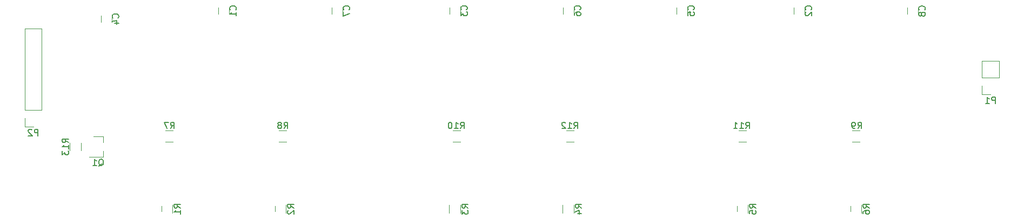
<source format=gbo>
G04 #@! TF.FileFunction,Legend,Bot*
%FSLAX46Y46*%
G04 Gerber Fmt 4.6, Leading zero omitted, Abs format (unit mm)*
G04 Created by KiCad (PCBNEW 4.0.7) date 02/26/18 21:23:00*
%MOMM*%
%LPD*%
G01*
G04 APERTURE LIST*
%ADD10C,0.100000*%
%ADD11C,0.120000*%
%ADD12C,0.150000*%
%ADD13R,1.700000X1.100000*%
%ADD14R,1.100000X1.700000*%
%ADD15C,3.900120*%
%ADD16R,2.100000X2.100000*%
%ADD17O,2.100000X2.100000*%
%ADD18R,1.650000X1.400000*%
%ADD19R,1.300000X1.200000*%
G04 APERTURE END LIST*
D10*
D11*
X88655000Y-116875000D02*
X88655000Y-118075000D01*
X90415000Y-118075000D02*
X90415000Y-116875000D01*
X106435000Y-116875000D02*
X106435000Y-118075000D01*
X108195000Y-118075000D02*
X108195000Y-116875000D01*
X133740000Y-116875000D02*
X133740000Y-118075000D01*
X135500000Y-118075000D02*
X135500000Y-116875000D01*
X151520000Y-116875000D02*
X151520000Y-118075000D01*
X153280000Y-118075000D02*
X153280000Y-116875000D01*
X178825000Y-116875000D02*
X178825000Y-118075000D01*
X180585000Y-118075000D02*
X180585000Y-116875000D01*
X196605000Y-116875000D02*
X196605000Y-118075000D01*
X198365000Y-118075000D02*
X198365000Y-116875000D01*
X90455000Y-105165000D02*
X89255000Y-105165000D01*
X89255000Y-106925000D02*
X90455000Y-106925000D01*
X108235000Y-105165000D02*
X107035000Y-105165000D01*
X107035000Y-106925000D02*
X108235000Y-106925000D01*
X198085000Y-105165000D02*
X196885000Y-105165000D01*
X196885000Y-106925000D02*
X198085000Y-106925000D01*
X135535000Y-105165000D02*
X134335000Y-105165000D01*
X134335000Y-106925000D02*
X135535000Y-106925000D01*
X180305000Y-105165000D02*
X179105000Y-105165000D01*
X179105000Y-106925000D02*
X180305000Y-106925000D01*
X153320000Y-105165000D02*
X152120000Y-105165000D01*
X152120000Y-106925000D02*
X153320000Y-106925000D01*
X74304000Y-107096000D02*
X74304000Y-108296000D01*
X76064000Y-108296000D02*
X76064000Y-107096000D01*
X217248740Y-94241260D02*
X219908740Y-94241260D01*
X217248740Y-96841260D02*
X217248740Y-94241260D01*
X219908740Y-96841260D02*
X219908740Y-94241260D01*
X217248740Y-96841260D02*
X219908740Y-96841260D01*
X217248740Y-98111260D02*
X217248740Y-99441260D01*
X217248740Y-99441260D02*
X218578740Y-99441260D01*
X67248740Y-89161260D02*
X69908740Y-89161260D01*
X67248740Y-101921260D02*
X67248740Y-89161260D01*
X69908740Y-101921260D02*
X69908740Y-89161260D01*
X67248740Y-101921260D02*
X69908740Y-101921260D01*
X67248740Y-103191260D02*
X67248740Y-104521260D01*
X67248740Y-104521260D02*
X68578740Y-104521260D01*
X99275000Y-85860000D02*
X99275000Y-86860000D01*
X97575000Y-86860000D02*
X97575000Y-85860000D01*
X189445000Y-85840000D02*
X189445000Y-86840000D01*
X187745000Y-86840000D02*
X187745000Y-85840000D01*
X135470000Y-85840000D02*
X135470000Y-86840000D01*
X133770000Y-86840000D02*
X133770000Y-85840000D01*
X80860000Y-87130000D02*
X80860000Y-88130000D01*
X79160000Y-88130000D02*
X79160000Y-87130000D01*
X171030000Y-85840000D02*
X171030000Y-86840000D01*
X169330000Y-86840000D02*
X169330000Y-85840000D01*
X153250000Y-85840000D02*
X153250000Y-86840000D01*
X151550000Y-86840000D02*
X151550000Y-85840000D01*
X117055000Y-85840000D02*
X117055000Y-86840000D01*
X115355000Y-86840000D02*
X115355000Y-85840000D01*
X207225000Y-85880000D02*
X207225000Y-86880000D01*
X205525000Y-86880000D02*
X205525000Y-85880000D01*
X79500000Y-106116000D02*
X79500000Y-107046000D01*
X79500000Y-109276000D02*
X79500000Y-108346000D01*
X79500000Y-109276000D02*
X77340000Y-109276000D01*
X79500000Y-106116000D02*
X78040000Y-106116000D01*
D12*
X91637381Y-117308334D02*
X91161190Y-116975000D01*
X91637381Y-116736905D02*
X90637381Y-116736905D01*
X90637381Y-117117858D01*
X90685000Y-117213096D01*
X90732619Y-117260715D01*
X90827857Y-117308334D01*
X90970714Y-117308334D01*
X91065952Y-117260715D01*
X91113571Y-117213096D01*
X91161190Y-117117858D01*
X91161190Y-116736905D01*
X91637381Y-118260715D02*
X91637381Y-117689286D01*
X91637381Y-117975000D02*
X90637381Y-117975000D01*
X90780238Y-117879762D01*
X90875476Y-117784524D01*
X90923095Y-117689286D01*
X109417381Y-117308334D02*
X108941190Y-116975000D01*
X109417381Y-116736905D02*
X108417381Y-116736905D01*
X108417381Y-117117858D01*
X108465000Y-117213096D01*
X108512619Y-117260715D01*
X108607857Y-117308334D01*
X108750714Y-117308334D01*
X108845952Y-117260715D01*
X108893571Y-117213096D01*
X108941190Y-117117858D01*
X108941190Y-116736905D01*
X108512619Y-117689286D02*
X108465000Y-117736905D01*
X108417381Y-117832143D01*
X108417381Y-118070239D01*
X108465000Y-118165477D01*
X108512619Y-118213096D01*
X108607857Y-118260715D01*
X108703095Y-118260715D01*
X108845952Y-118213096D01*
X109417381Y-117641667D01*
X109417381Y-118260715D01*
X136722381Y-117308334D02*
X136246190Y-116975000D01*
X136722381Y-116736905D02*
X135722381Y-116736905D01*
X135722381Y-117117858D01*
X135770000Y-117213096D01*
X135817619Y-117260715D01*
X135912857Y-117308334D01*
X136055714Y-117308334D01*
X136150952Y-117260715D01*
X136198571Y-117213096D01*
X136246190Y-117117858D01*
X136246190Y-116736905D01*
X135722381Y-117641667D02*
X135722381Y-118260715D01*
X136103333Y-117927381D01*
X136103333Y-118070239D01*
X136150952Y-118165477D01*
X136198571Y-118213096D01*
X136293810Y-118260715D01*
X136531905Y-118260715D01*
X136627143Y-118213096D01*
X136674762Y-118165477D01*
X136722381Y-118070239D01*
X136722381Y-117784524D01*
X136674762Y-117689286D01*
X136627143Y-117641667D01*
X154502381Y-117308334D02*
X154026190Y-116975000D01*
X154502381Y-116736905D02*
X153502381Y-116736905D01*
X153502381Y-117117858D01*
X153550000Y-117213096D01*
X153597619Y-117260715D01*
X153692857Y-117308334D01*
X153835714Y-117308334D01*
X153930952Y-117260715D01*
X153978571Y-117213096D01*
X154026190Y-117117858D01*
X154026190Y-116736905D01*
X153835714Y-118165477D02*
X154502381Y-118165477D01*
X153454762Y-117927381D02*
X154169048Y-117689286D01*
X154169048Y-118308334D01*
X181807381Y-117308334D02*
X181331190Y-116975000D01*
X181807381Y-116736905D02*
X180807381Y-116736905D01*
X180807381Y-117117858D01*
X180855000Y-117213096D01*
X180902619Y-117260715D01*
X180997857Y-117308334D01*
X181140714Y-117308334D01*
X181235952Y-117260715D01*
X181283571Y-117213096D01*
X181331190Y-117117858D01*
X181331190Y-116736905D01*
X180807381Y-118213096D02*
X180807381Y-117736905D01*
X181283571Y-117689286D01*
X181235952Y-117736905D01*
X181188333Y-117832143D01*
X181188333Y-118070239D01*
X181235952Y-118165477D01*
X181283571Y-118213096D01*
X181378810Y-118260715D01*
X181616905Y-118260715D01*
X181712143Y-118213096D01*
X181759762Y-118165477D01*
X181807381Y-118070239D01*
X181807381Y-117832143D01*
X181759762Y-117736905D01*
X181712143Y-117689286D01*
X199587381Y-117308334D02*
X199111190Y-116975000D01*
X199587381Y-116736905D02*
X198587381Y-116736905D01*
X198587381Y-117117858D01*
X198635000Y-117213096D01*
X198682619Y-117260715D01*
X198777857Y-117308334D01*
X198920714Y-117308334D01*
X199015952Y-117260715D01*
X199063571Y-117213096D01*
X199111190Y-117117858D01*
X199111190Y-116736905D01*
X198587381Y-118165477D02*
X198587381Y-117975000D01*
X198635000Y-117879762D01*
X198682619Y-117832143D01*
X198825476Y-117736905D01*
X199015952Y-117689286D01*
X199396905Y-117689286D01*
X199492143Y-117736905D01*
X199539762Y-117784524D01*
X199587381Y-117879762D01*
X199587381Y-118070239D01*
X199539762Y-118165477D01*
X199492143Y-118213096D01*
X199396905Y-118260715D01*
X199158810Y-118260715D01*
X199063571Y-118213096D01*
X199015952Y-118165477D01*
X198968333Y-118070239D01*
X198968333Y-117879762D01*
X199015952Y-117784524D01*
X199063571Y-117736905D01*
X199158810Y-117689286D01*
X90082666Y-104846381D02*
X90416000Y-104370190D01*
X90654095Y-104846381D02*
X90654095Y-103846381D01*
X90273142Y-103846381D01*
X90177904Y-103894000D01*
X90130285Y-103941619D01*
X90082666Y-104036857D01*
X90082666Y-104179714D01*
X90130285Y-104274952D01*
X90177904Y-104322571D01*
X90273142Y-104370190D01*
X90654095Y-104370190D01*
X89749333Y-103846381D02*
X89082666Y-103846381D01*
X89511238Y-104846381D01*
X107862666Y-104846381D02*
X108196000Y-104370190D01*
X108434095Y-104846381D02*
X108434095Y-103846381D01*
X108053142Y-103846381D01*
X107957904Y-103894000D01*
X107910285Y-103941619D01*
X107862666Y-104036857D01*
X107862666Y-104179714D01*
X107910285Y-104274952D01*
X107957904Y-104322571D01*
X108053142Y-104370190D01*
X108434095Y-104370190D01*
X107291238Y-104274952D02*
X107386476Y-104227333D01*
X107434095Y-104179714D01*
X107481714Y-104084476D01*
X107481714Y-104036857D01*
X107434095Y-103941619D01*
X107386476Y-103894000D01*
X107291238Y-103846381D01*
X107100761Y-103846381D01*
X107005523Y-103894000D01*
X106957904Y-103941619D01*
X106910285Y-104036857D01*
X106910285Y-104084476D01*
X106957904Y-104179714D01*
X107005523Y-104227333D01*
X107100761Y-104274952D01*
X107291238Y-104274952D01*
X107386476Y-104322571D01*
X107434095Y-104370190D01*
X107481714Y-104465429D01*
X107481714Y-104655905D01*
X107434095Y-104751143D01*
X107386476Y-104798762D01*
X107291238Y-104846381D01*
X107100761Y-104846381D01*
X107005523Y-104798762D01*
X106957904Y-104751143D01*
X106910285Y-104655905D01*
X106910285Y-104465429D01*
X106957904Y-104370190D01*
X107005523Y-104322571D01*
X107100761Y-104274952D01*
X197778666Y-104846381D02*
X198112000Y-104370190D01*
X198350095Y-104846381D02*
X198350095Y-103846381D01*
X197969142Y-103846381D01*
X197873904Y-103894000D01*
X197826285Y-103941619D01*
X197778666Y-104036857D01*
X197778666Y-104179714D01*
X197826285Y-104274952D01*
X197873904Y-104322571D01*
X197969142Y-104370190D01*
X198350095Y-104370190D01*
X197302476Y-104846381D02*
X197112000Y-104846381D01*
X197016761Y-104798762D01*
X196969142Y-104751143D01*
X196873904Y-104608286D01*
X196826285Y-104417810D01*
X196826285Y-104036857D01*
X196873904Y-103941619D01*
X196921523Y-103894000D01*
X197016761Y-103846381D01*
X197207238Y-103846381D01*
X197302476Y-103894000D01*
X197350095Y-103941619D01*
X197397714Y-104036857D01*
X197397714Y-104274952D01*
X197350095Y-104370190D01*
X197302476Y-104417810D01*
X197207238Y-104465429D01*
X197016761Y-104465429D01*
X196921523Y-104417810D01*
X196873904Y-104370190D01*
X196826285Y-104274952D01*
X135516857Y-104846381D02*
X135850191Y-104370190D01*
X136088286Y-104846381D02*
X136088286Y-103846381D01*
X135707333Y-103846381D01*
X135612095Y-103894000D01*
X135564476Y-103941619D01*
X135516857Y-104036857D01*
X135516857Y-104179714D01*
X135564476Y-104274952D01*
X135612095Y-104322571D01*
X135707333Y-104370190D01*
X136088286Y-104370190D01*
X134564476Y-104846381D02*
X135135905Y-104846381D01*
X134850191Y-104846381D02*
X134850191Y-103846381D01*
X134945429Y-103989238D01*
X135040667Y-104084476D01*
X135135905Y-104132095D01*
X133945429Y-103846381D02*
X133850190Y-103846381D01*
X133754952Y-103894000D01*
X133707333Y-103941619D01*
X133659714Y-104036857D01*
X133612095Y-104227333D01*
X133612095Y-104465429D01*
X133659714Y-104655905D01*
X133707333Y-104751143D01*
X133754952Y-104798762D01*
X133850190Y-104846381D01*
X133945429Y-104846381D01*
X134040667Y-104798762D01*
X134088286Y-104751143D01*
X134135905Y-104655905D01*
X134183524Y-104465429D01*
X134183524Y-104227333D01*
X134135905Y-104036857D01*
X134088286Y-103941619D01*
X134040667Y-103894000D01*
X133945429Y-103846381D01*
X180220857Y-104846381D02*
X180554191Y-104370190D01*
X180792286Y-104846381D02*
X180792286Y-103846381D01*
X180411333Y-103846381D01*
X180316095Y-103894000D01*
X180268476Y-103941619D01*
X180220857Y-104036857D01*
X180220857Y-104179714D01*
X180268476Y-104274952D01*
X180316095Y-104322571D01*
X180411333Y-104370190D01*
X180792286Y-104370190D01*
X179268476Y-104846381D02*
X179839905Y-104846381D01*
X179554191Y-104846381D02*
X179554191Y-103846381D01*
X179649429Y-103989238D01*
X179744667Y-104084476D01*
X179839905Y-104132095D01*
X178316095Y-104846381D02*
X178887524Y-104846381D01*
X178601810Y-104846381D02*
X178601810Y-103846381D01*
X178697048Y-103989238D01*
X178792286Y-104084476D01*
X178887524Y-104132095D01*
X153296857Y-104846381D02*
X153630191Y-104370190D01*
X153868286Y-104846381D02*
X153868286Y-103846381D01*
X153487333Y-103846381D01*
X153392095Y-103894000D01*
X153344476Y-103941619D01*
X153296857Y-104036857D01*
X153296857Y-104179714D01*
X153344476Y-104274952D01*
X153392095Y-104322571D01*
X153487333Y-104370190D01*
X153868286Y-104370190D01*
X152344476Y-104846381D02*
X152915905Y-104846381D01*
X152630191Y-104846381D02*
X152630191Y-103846381D01*
X152725429Y-103989238D01*
X152820667Y-104084476D01*
X152915905Y-104132095D01*
X151963524Y-103941619D02*
X151915905Y-103894000D01*
X151820667Y-103846381D01*
X151582571Y-103846381D01*
X151487333Y-103894000D01*
X151439714Y-103941619D01*
X151392095Y-104036857D01*
X151392095Y-104132095D01*
X151439714Y-104274952D01*
X152011143Y-104846381D01*
X151392095Y-104846381D01*
X74112381Y-107053143D02*
X73636190Y-106719809D01*
X74112381Y-106481714D02*
X73112381Y-106481714D01*
X73112381Y-106862667D01*
X73160000Y-106957905D01*
X73207619Y-107005524D01*
X73302857Y-107053143D01*
X73445714Y-107053143D01*
X73540952Y-107005524D01*
X73588571Y-106957905D01*
X73636190Y-106862667D01*
X73636190Y-106481714D01*
X74112381Y-108005524D02*
X74112381Y-107434095D01*
X74112381Y-107719809D02*
X73112381Y-107719809D01*
X73255238Y-107624571D01*
X73350476Y-107529333D01*
X73398095Y-107434095D01*
X73112381Y-108338857D02*
X73112381Y-108957905D01*
X73493333Y-108624571D01*
X73493333Y-108767429D01*
X73540952Y-108862667D01*
X73588571Y-108910286D01*
X73683810Y-108957905D01*
X73921905Y-108957905D01*
X74017143Y-108910286D01*
X74064762Y-108862667D01*
X74112381Y-108767429D01*
X74112381Y-108481714D01*
X74064762Y-108386476D01*
X74017143Y-108338857D01*
X219316835Y-100893641D02*
X219316835Y-99893641D01*
X218935882Y-99893641D01*
X218840644Y-99941260D01*
X218793025Y-99988879D01*
X218745406Y-100084117D01*
X218745406Y-100226974D01*
X218793025Y-100322212D01*
X218840644Y-100369831D01*
X218935882Y-100417450D01*
X219316835Y-100417450D01*
X217793025Y-100893641D02*
X218364454Y-100893641D01*
X218078740Y-100893641D02*
X218078740Y-99893641D01*
X218173978Y-100036498D01*
X218269216Y-100131736D01*
X218364454Y-100179355D01*
X69316835Y-105973641D02*
X69316835Y-104973641D01*
X68935882Y-104973641D01*
X68840644Y-105021260D01*
X68793025Y-105068879D01*
X68745406Y-105164117D01*
X68745406Y-105306974D01*
X68793025Y-105402212D01*
X68840644Y-105449831D01*
X68935882Y-105497450D01*
X69316835Y-105497450D01*
X68364454Y-105068879D02*
X68316835Y-105021260D01*
X68221597Y-104973641D01*
X67983501Y-104973641D01*
X67888263Y-105021260D01*
X67840644Y-105068879D01*
X67793025Y-105164117D01*
X67793025Y-105259355D01*
X67840644Y-105402212D01*
X68412073Y-105973641D01*
X67793025Y-105973641D01*
X100282143Y-86193334D02*
X100329762Y-86145715D01*
X100377381Y-86002858D01*
X100377381Y-85907620D01*
X100329762Y-85764762D01*
X100234524Y-85669524D01*
X100139286Y-85621905D01*
X99948810Y-85574286D01*
X99805952Y-85574286D01*
X99615476Y-85621905D01*
X99520238Y-85669524D01*
X99425000Y-85764762D01*
X99377381Y-85907620D01*
X99377381Y-86002858D01*
X99425000Y-86145715D01*
X99472619Y-86193334D01*
X100377381Y-87145715D02*
X100377381Y-86574286D01*
X100377381Y-86860000D02*
X99377381Y-86860000D01*
X99520238Y-86764762D01*
X99615476Y-86669524D01*
X99663095Y-86574286D01*
X190452143Y-86173334D02*
X190499762Y-86125715D01*
X190547381Y-85982858D01*
X190547381Y-85887620D01*
X190499762Y-85744762D01*
X190404524Y-85649524D01*
X190309286Y-85601905D01*
X190118810Y-85554286D01*
X189975952Y-85554286D01*
X189785476Y-85601905D01*
X189690238Y-85649524D01*
X189595000Y-85744762D01*
X189547381Y-85887620D01*
X189547381Y-85982858D01*
X189595000Y-86125715D01*
X189642619Y-86173334D01*
X189642619Y-86554286D02*
X189595000Y-86601905D01*
X189547381Y-86697143D01*
X189547381Y-86935239D01*
X189595000Y-87030477D01*
X189642619Y-87078096D01*
X189737857Y-87125715D01*
X189833095Y-87125715D01*
X189975952Y-87078096D01*
X190547381Y-86506667D01*
X190547381Y-87125715D01*
X136477143Y-86173334D02*
X136524762Y-86125715D01*
X136572381Y-85982858D01*
X136572381Y-85887620D01*
X136524762Y-85744762D01*
X136429524Y-85649524D01*
X136334286Y-85601905D01*
X136143810Y-85554286D01*
X136000952Y-85554286D01*
X135810476Y-85601905D01*
X135715238Y-85649524D01*
X135620000Y-85744762D01*
X135572381Y-85887620D01*
X135572381Y-85982858D01*
X135620000Y-86125715D01*
X135667619Y-86173334D01*
X135572381Y-86506667D02*
X135572381Y-87125715D01*
X135953333Y-86792381D01*
X135953333Y-86935239D01*
X136000952Y-87030477D01*
X136048571Y-87078096D01*
X136143810Y-87125715D01*
X136381905Y-87125715D01*
X136477143Y-87078096D01*
X136524762Y-87030477D01*
X136572381Y-86935239D01*
X136572381Y-86649524D01*
X136524762Y-86554286D01*
X136477143Y-86506667D01*
X81867143Y-87463334D02*
X81914762Y-87415715D01*
X81962381Y-87272858D01*
X81962381Y-87177620D01*
X81914762Y-87034762D01*
X81819524Y-86939524D01*
X81724286Y-86891905D01*
X81533810Y-86844286D01*
X81390952Y-86844286D01*
X81200476Y-86891905D01*
X81105238Y-86939524D01*
X81010000Y-87034762D01*
X80962381Y-87177620D01*
X80962381Y-87272858D01*
X81010000Y-87415715D01*
X81057619Y-87463334D01*
X81295714Y-88320477D02*
X81962381Y-88320477D01*
X80914762Y-88082381D02*
X81629048Y-87844286D01*
X81629048Y-88463334D01*
X172037143Y-86173334D02*
X172084762Y-86125715D01*
X172132381Y-85982858D01*
X172132381Y-85887620D01*
X172084762Y-85744762D01*
X171989524Y-85649524D01*
X171894286Y-85601905D01*
X171703810Y-85554286D01*
X171560952Y-85554286D01*
X171370476Y-85601905D01*
X171275238Y-85649524D01*
X171180000Y-85744762D01*
X171132381Y-85887620D01*
X171132381Y-85982858D01*
X171180000Y-86125715D01*
X171227619Y-86173334D01*
X171132381Y-87078096D02*
X171132381Y-86601905D01*
X171608571Y-86554286D01*
X171560952Y-86601905D01*
X171513333Y-86697143D01*
X171513333Y-86935239D01*
X171560952Y-87030477D01*
X171608571Y-87078096D01*
X171703810Y-87125715D01*
X171941905Y-87125715D01*
X172037143Y-87078096D01*
X172084762Y-87030477D01*
X172132381Y-86935239D01*
X172132381Y-86697143D01*
X172084762Y-86601905D01*
X172037143Y-86554286D01*
X154257143Y-86173334D02*
X154304762Y-86125715D01*
X154352381Y-85982858D01*
X154352381Y-85887620D01*
X154304762Y-85744762D01*
X154209524Y-85649524D01*
X154114286Y-85601905D01*
X153923810Y-85554286D01*
X153780952Y-85554286D01*
X153590476Y-85601905D01*
X153495238Y-85649524D01*
X153400000Y-85744762D01*
X153352381Y-85887620D01*
X153352381Y-85982858D01*
X153400000Y-86125715D01*
X153447619Y-86173334D01*
X153352381Y-87030477D02*
X153352381Y-86840000D01*
X153400000Y-86744762D01*
X153447619Y-86697143D01*
X153590476Y-86601905D01*
X153780952Y-86554286D01*
X154161905Y-86554286D01*
X154257143Y-86601905D01*
X154304762Y-86649524D01*
X154352381Y-86744762D01*
X154352381Y-86935239D01*
X154304762Y-87030477D01*
X154257143Y-87078096D01*
X154161905Y-87125715D01*
X153923810Y-87125715D01*
X153828571Y-87078096D01*
X153780952Y-87030477D01*
X153733333Y-86935239D01*
X153733333Y-86744762D01*
X153780952Y-86649524D01*
X153828571Y-86601905D01*
X153923810Y-86554286D01*
X118062143Y-86173334D02*
X118109762Y-86125715D01*
X118157381Y-85982858D01*
X118157381Y-85887620D01*
X118109762Y-85744762D01*
X118014524Y-85649524D01*
X117919286Y-85601905D01*
X117728810Y-85554286D01*
X117585952Y-85554286D01*
X117395476Y-85601905D01*
X117300238Y-85649524D01*
X117205000Y-85744762D01*
X117157381Y-85887620D01*
X117157381Y-85982858D01*
X117205000Y-86125715D01*
X117252619Y-86173334D01*
X117157381Y-86506667D02*
X117157381Y-87173334D01*
X118157381Y-86744762D01*
X208232143Y-86213334D02*
X208279762Y-86165715D01*
X208327381Y-86022858D01*
X208327381Y-85927620D01*
X208279762Y-85784762D01*
X208184524Y-85689524D01*
X208089286Y-85641905D01*
X207898810Y-85594286D01*
X207755952Y-85594286D01*
X207565476Y-85641905D01*
X207470238Y-85689524D01*
X207375000Y-85784762D01*
X207327381Y-85927620D01*
X207327381Y-86022858D01*
X207375000Y-86165715D01*
X207422619Y-86213334D01*
X207755952Y-86784762D02*
X207708333Y-86689524D01*
X207660714Y-86641905D01*
X207565476Y-86594286D01*
X207517857Y-86594286D01*
X207422619Y-86641905D01*
X207375000Y-86689524D01*
X207327381Y-86784762D01*
X207327381Y-86975239D01*
X207375000Y-87070477D01*
X207422619Y-87118096D01*
X207517857Y-87165715D01*
X207565476Y-87165715D01*
X207660714Y-87118096D01*
X207708333Y-87070477D01*
X207755952Y-86975239D01*
X207755952Y-86784762D01*
X207803571Y-86689524D01*
X207851190Y-86641905D01*
X207946429Y-86594286D01*
X208136905Y-86594286D01*
X208232143Y-86641905D01*
X208279762Y-86689524D01*
X208327381Y-86784762D01*
X208327381Y-86975239D01*
X208279762Y-87070477D01*
X208232143Y-87118096D01*
X208136905Y-87165715D01*
X207946429Y-87165715D01*
X207851190Y-87118096D01*
X207803571Y-87070477D01*
X207755952Y-86975239D01*
X78835238Y-110743619D02*
X78930476Y-110696000D01*
X79025714Y-110600762D01*
X79168571Y-110457905D01*
X79263810Y-110410286D01*
X79359048Y-110410286D01*
X79311429Y-110648381D02*
X79406667Y-110600762D01*
X79501905Y-110505524D01*
X79549524Y-110315048D01*
X79549524Y-109981714D01*
X79501905Y-109791238D01*
X79406667Y-109696000D01*
X79311429Y-109648381D01*
X79120952Y-109648381D01*
X79025714Y-109696000D01*
X78930476Y-109791238D01*
X78882857Y-109981714D01*
X78882857Y-110315048D01*
X78930476Y-110505524D01*
X79025714Y-110600762D01*
X79120952Y-110648381D01*
X79311429Y-110648381D01*
X77930476Y-110648381D02*
X78501905Y-110648381D01*
X78216191Y-110648381D02*
X78216191Y-109648381D01*
X78311429Y-109791238D01*
X78406667Y-109886476D01*
X78501905Y-109934095D01*
%LPC*%
D13*
X89535000Y-118425000D03*
X89535000Y-116525000D03*
X107315000Y-118425000D03*
X107315000Y-116525000D03*
X134620000Y-118425000D03*
X134620000Y-116525000D03*
X152400000Y-118425000D03*
X152400000Y-116525000D03*
X179705000Y-118425000D03*
X179705000Y-116525000D03*
X197485000Y-118425000D03*
X197485000Y-116525000D03*
D14*
X88905000Y-106045000D03*
X90805000Y-106045000D03*
X106685000Y-106045000D03*
X108585000Y-106045000D03*
X196535000Y-106045000D03*
X198435000Y-106045000D03*
X133985000Y-106045000D03*
X135885000Y-106045000D03*
X178755000Y-106045000D03*
X180655000Y-106045000D03*
X151770000Y-106045000D03*
X153670000Y-106045000D03*
D13*
X75184000Y-108646000D03*
X75184000Y-106746000D03*
D15*
X68580000Y-116840000D03*
X68580000Y-76840080D03*
X218579700Y-76840080D03*
X218579700Y-116840000D03*
D16*
X218578740Y-98111260D03*
D17*
X218578740Y-95571260D03*
D16*
X68578740Y-103191260D03*
D17*
X68578740Y-100651260D03*
X68578740Y-98111260D03*
X68578740Y-95571260D03*
X68578740Y-93031260D03*
X68578740Y-90491260D03*
D18*
X98425000Y-87360000D03*
X98425000Y-85360000D03*
X188595000Y-87340000D03*
X188595000Y-85340000D03*
X134620000Y-87340000D03*
X134620000Y-85340000D03*
X80010000Y-88630000D03*
X80010000Y-86630000D03*
X170180000Y-87340000D03*
X170180000Y-85340000D03*
X152400000Y-87340000D03*
X152400000Y-85340000D03*
X116205000Y-87340000D03*
X116205000Y-85340000D03*
X206375000Y-87380000D03*
X206375000Y-85380000D03*
D19*
X77740000Y-108646000D03*
X77740000Y-106746000D03*
X79740000Y-107696000D03*
M02*

</source>
